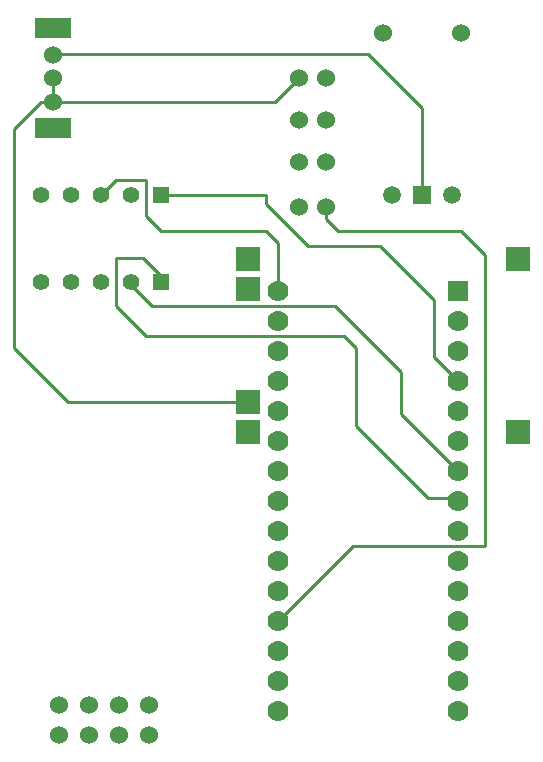
<source format=gbl>
G04 ---------------------------- Layer name :BOTTOM LAYER*
G04 EasyEDA v5.6.15, Mon, 30 Jul 2018 20:20:11 GMT*
G04 7679f8372ec74d379c0269816b79f434*
G04 Gerber Generator version 0.2*
G04 Scale: 100 percent, Rotated: No, Reflected: No *
G04 Dimensions in inches *
G04 leading zeros omitted , absolute positions ,2 integer and 4 decimal *
%FSLAX24Y24*%
%MOIN*%
G90*
G70D02*

%ADD11C,0.010000*%
%ADD12R,0.070000X0.070000*%
%ADD13C,0.070000*%
%ADD14R,0.055700X0.055700*%
%ADD15C,0.055700*%
%ADD16R,0.078740X0.078740*%
%ADD17C,0.059000*%
%ADD18R,0.059000X0.059000*%
%ADD19C,0.060000*%
%ADD20R,0.120000X0.070000*%
%ADD21R,0.000000X0.000000*%

%LPD*%
G54D11*
G01X14600Y21100D02*
G01X14600Y24000D01*
G01X12800Y25800D01*
G01X2325Y25800D01*
G01X2300Y25775D01*
G01X2300Y24200D02*
G01X9700Y24200D01*
G01X10500Y25000D01*
G01X5900Y18200D02*
G01X5900Y18400D01*
G01X5300Y19000D01*
G01X4400Y19000D01*
G01X4400Y17400D01*
G01X5400Y16400D01*
G01X12000Y16400D01*
G01X12400Y16000D01*
G01X12400Y13400D01*
G01X14800Y11000D01*
G01X15700Y11000D01*
G01X15800Y10900D01*
G01X4900Y18200D02*
G01X4900Y18100D01*
G01X5600Y17400D01*
G01X11700Y17400D01*
G01X13900Y15200D01*
G01X13900Y13800D01*
G01X15800Y11900D01*
G01X2300Y24200D02*
G01X2300Y24986D01*
G01X11400Y20700D02*
G01X11400Y20300D01*
G01X11800Y19900D01*
G01X15900Y19900D01*
G01X16700Y19100D01*
G01X16700Y9400D01*
G01X12300Y9400D01*
G01X9800Y6900D01*
G01X5900Y21100D02*
G01X9400Y21100D01*
G01X9400Y20800D01*
G01X10800Y19400D01*
G01X13200Y19400D01*
G01X15000Y17600D01*
G01X15000Y15700D01*
G01X15800Y14900D01*
G01X2300Y24200D02*
G01X1900Y24200D01*
G01X1000Y23300D01*
G01X1000Y16000D01*
G01X2800Y14200D01*
G01X8800Y14200D01*
G01X3900Y21100D02*
G01X4400Y21600D01*
G01X5400Y21600D01*
G01X5400Y20400D01*
G01X5900Y19900D01*
G01X9400Y19900D01*
G01X9800Y19500D01*
G01X9800Y17900D01*
G54D12*
G01X15800Y17900D03*
G54D13*
G01X15800Y16900D03*
G01X15800Y15900D03*
G01X15800Y14900D03*
G01X15800Y13900D03*
G01X15800Y12900D03*
G01X15800Y11900D03*
G01X15800Y10900D03*
G01X15800Y9900D03*
G01X15800Y8900D03*
G01X15800Y7900D03*
G01X15800Y6900D03*
G01X15800Y5900D03*
G01X15800Y4900D03*
G01X15800Y3900D03*
G01X9800Y17900D03*
G01X9800Y16900D03*
G01X9800Y15900D03*
G01X9800Y14900D03*
G01X9800Y13900D03*
G01X9800Y12900D03*
G01X9800Y11900D03*
G01X9800Y10900D03*
G01X9800Y9900D03*
G01X9800Y8900D03*
G01X9800Y7900D03*
G01X9800Y6900D03*
G01X9800Y5900D03*
G01X9800Y4900D03*
G01X9800Y3900D03*
G54D14*
G01X5900Y21100D03*
G54D15*
G01X4900Y21100D03*
G01X3900Y21100D03*
G01X2900Y21100D03*
G01X1900Y21100D03*
G54D14*
G01X5900Y18200D03*
G54D15*
G01X4900Y18200D03*
G01X3900Y18200D03*
G01X2900Y18200D03*
G01X1900Y18200D03*
G54D16*
G01X17800Y13200D03*
G01X17800Y18948D03*
G01X8800Y17948D03*
G01X8800Y14200D03*
G01X8800Y18948D03*
G01X8800Y13200D03*
G54D17*
G01X13600Y21100D03*
G54D18*
G01X14600Y21100D03*
G54D17*
G01X15600Y21100D03*
G54D19*
G01X2500Y3100D03*
G01X2500Y4100D03*
G01X3500Y3100D03*
G01X3500Y4100D03*
G01X4500Y3100D03*
G01X4500Y4100D03*
G01X5500Y3100D03*
G01X5500Y4100D03*
G01X2300Y24200D03*
G01X2300Y24986D03*
G01X2300Y25775D03*
G54D20*
G01X2300Y26660D03*
G54D21*
G01X2103Y26660D03*
G01X2496Y26660D03*
G54D20*
G01X2300Y23314D03*
G54D21*
G01X2103Y23314D03*
G01X2496Y23314D03*
G54D19*
G01X10500Y20700D03*
G01X11400Y20700D03*
G01X10500Y22200D03*
G01X11400Y22200D03*
G01X10500Y23600D03*
G01X11400Y23600D03*
G01X10500Y25000D03*
G01X11400Y25000D03*
G01X13300Y26500D03*
G01X15900Y26500D03*
M00*
M02*

</source>
